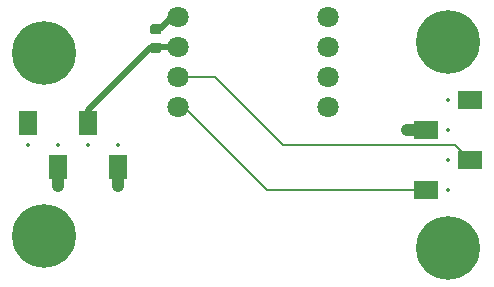
<source format=gtl>
G04 #@! TF.GenerationSoftware,KiCad,Pcbnew,(5.1.9-16-g1737927814)-1*
G04 #@! TF.CreationDate,2021-04-01T12:21:51-04:00*
G04 #@! TF.ProjectId,pressure_ms4525do,70726573-7375-4726-955f-6d7334353235,1*
G04 #@! TF.SameCoordinates,Original*
G04 #@! TF.FileFunction,Copper,L1,Top*
G04 #@! TF.FilePolarity,Positive*
%FSLAX45Y45*%
G04 Gerber Fmt 4.5, Leading zero omitted, Abs format (unit mm)*
G04 Created by KiCad (PCBNEW (5.1.9-16-g1737927814)-1) date 2021-04-01 12:21:51*
%MOMM*%
%LPD*%
G01*
G04 APERTURE LIST*
G04 #@! TA.AperFunction,SMDPad,CuDef*
%ADD10R,1.500000X2.100000*%
G04 #@! TD*
G04 #@! TA.AperFunction,SMDPad,CuDef*
%ADD11R,2.100000X1.500000*%
G04 #@! TD*
G04 #@! TA.AperFunction,ComponentPad*
%ADD12C,1.800000*%
G04 #@! TD*
G04 #@! TA.AperFunction,ComponentPad*
%ADD13C,5.400000*%
G04 #@! TD*
G04 #@! TA.AperFunction,ComponentPad*
%ADD14C,0.800000*%
G04 #@! TD*
G04 #@! TA.AperFunction,ViaPad*
%ADD15C,0.600000*%
G04 #@! TD*
G04 #@! TA.AperFunction,Conductor*
%ADD16C,1.000000*%
G04 #@! TD*
G04 #@! TA.AperFunction,Conductor*
%ADD17C,0.500000*%
G04 #@! TD*
G04 #@! TA.AperFunction,Conductor*
%ADD18C,0.200000*%
G04 #@! TD*
%ADD19C,0.300000*%
%ADD20C,0.350000*%
G04 APERTURE END LIST*
D10*
X219000Y-1065000D03*
X727000Y-1065000D03*
X473000Y-1435000D03*
X981000Y-1435000D03*
D11*
X3960000Y-869000D03*
X3960000Y-1377000D03*
X3590000Y-1123000D03*
X3590000Y-1631000D03*
D12*
X2760000Y-169000D03*
X2760000Y-423000D03*
X2760000Y-677000D03*
X2760000Y-931000D03*
X1490000Y-931000D03*
X1490000Y-677000D03*
X1490000Y-423000D03*
X1490000Y-169000D03*
D13*
X3775000Y-2125000D03*
D14*
X3977500Y-2125000D03*
X3918189Y-2268189D03*
X3775000Y-2327500D03*
X3631811Y-2268189D03*
X3572500Y-2125000D03*
X3631811Y-1981811D03*
X3775000Y-1922500D03*
X3918189Y-1981811D03*
D13*
X3775000Y-375000D03*
D14*
X3977500Y-375000D03*
X3918189Y-518189D03*
X3775000Y-577500D03*
X3631811Y-518189D03*
X3572500Y-375000D03*
X3631811Y-231811D03*
X3775000Y-172500D03*
X3918189Y-231811D03*
D13*
X350000Y-2025000D03*
D14*
X552500Y-2025000D03*
X493189Y-2168189D03*
X350000Y-2227500D03*
X206811Y-2168189D03*
X147500Y-2025000D03*
X206811Y-1881811D03*
X350000Y-1822500D03*
X493189Y-1881811D03*
D13*
X350000Y-475000D03*
D14*
X552500Y-475000D03*
X493189Y-618189D03*
X350000Y-677500D03*
X206811Y-618189D03*
X147500Y-475000D03*
X206811Y-331811D03*
X350000Y-272500D03*
X493189Y-331811D03*
G04 #@! TA.AperFunction,SMDPad,CuDef*
G36*
G01*
X1274375Y-385000D02*
X1325625Y-385000D01*
G75*
G02*
X1347500Y-406875I0J-21875D01*
G01*
X1347500Y-450625D01*
G75*
G02*
X1325625Y-472500I-21875J0D01*
G01*
X1274375Y-472500D01*
G75*
G02*
X1252500Y-450625I0J21875D01*
G01*
X1252500Y-406875D01*
G75*
G02*
X1274375Y-385000I21875J0D01*
G01*
G37*
G04 #@! TD.AperFunction*
G04 #@! TA.AperFunction,SMDPad,CuDef*
G36*
G01*
X1274375Y-227500D02*
X1325625Y-227500D01*
G75*
G02*
X1347500Y-249375I0J-21875D01*
G01*
X1347500Y-293125D01*
G75*
G02*
X1325625Y-315000I-21875J0D01*
G01*
X1274375Y-315000D01*
G75*
G02*
X1252500Y-293125I0J21875D01*
G01*
X1252500Y-249375D01*
G75*
G02*
X1274375Y-227500I21875J0D01*
G01*
G37*
G04 #@! TD.AperFunction*
D15*
X473000Y-1598000D03*
X981000Y-1594000D03*
X3427000Y-1123000D03*
D16*
X473000Y-1435000D02*
X473000Y-1598000D01*
X981000Y-1435000D02*
X981000Y-1594000D01*
X3590000Y-1123000D02*
X3427000Y-1123000D01*
D17*
X1337750Y-271250D02*
X1490000Y-119000D01*
X1300000Y-271250D02*
X1337750Y-271250D01*
D18*
X3833000Y-1250000D02*
X3960000Y-1377000D01*
X2375000Y-1250000D02*
X3833000Y-1250000D01*
X1490000Y-677000D02*
X1802000Y-677000D01*
X1802000Y-677000D02*
X2375000Y-1250000D01*
X1540000Y-931000D02*
X1490000Y-931000D01*
X2240000Y-1631000D02*
X1540000Y-931000D01*
X3590000Y-1631000D02*
X2240000Y-1631000D01*
D17*
X727000Y-951750D02*
X1255750Y-423000D01*
X1255750Y-423000D02*
X1490000Y-423000D01*
X727000Y-1065000D02*
X727000Y-951750D01*
D19*
X473000Y-1598000D03*
X981000Y-1594000D03*
X3427000Y-1123000D03*
D20*
X727000Y-1250000D03*
X473000Y-1250000D03*
X219000Y-1250000D03*
X981000Y-1250000D03*
X3775000Y-1377000D03*
X3775000Y-1123000D03*
X3775000Y-869000D03*
X3775000Y-1631000D03*
X2760000Y-169000D03*
X2760000Y-423000D03*
X2760000Y-677000D03*
X2760000Y-931000D03*
X1490000Y-931000D03*
X1490000Y-677000D03*
X1490000Y-423000D03*
X1490000Y-169000D03*
X3775000Y-2125000D03*
X3977500Y-2125000D03*
X3918189Y-2268189D03*
X3775000Y-2327500D03*
X3631811Y-2268189D03*
X3572500Y-2125000D03*
X3631811Y-1981811D03*
X3775000Y-1922500D03*
X3918189Y-1981811D03*
X3775000Y-375000D03*
X3977500Y-375000D03*
X3918189Y-518189D03*
X3775000Y-577500D03*
X3631811Y-518189D03*
X3572500Y-375000D03*
X3631811Y-231811D03*
X3775000Y-172500D03*
X3918189Y-231811D03*
X350000Y-2025000D03*
X552500Y-2025000D03*
X493189Y-2168189D03*
X350000Y-2227500D03*
X206811Y-2168189D03*
X147500Y-2025000D03*
X206811Y-1881811D03*
X350000Y-1822500D03*
X493189Y-1881811D03*
X350000Y-475000D03*
X552500Y-475000D03*
X493189Y-618189D03*
X350000Y-677500D03*
X206811Y-618189D03*
X147500Y-475000D03*
X206811Y-331811D03*
X350000Y-272500D03*
X493189Y-331811D03*
M02*

</source>
